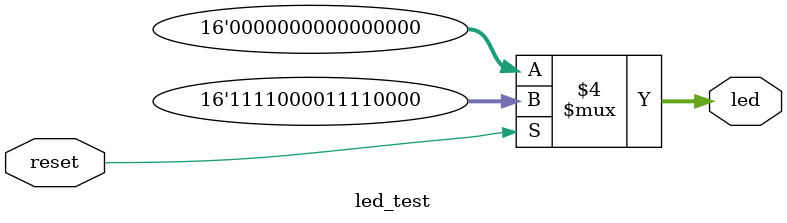
<source format=v>
`timescale 1ns / 1ps


module led_test(
    reset,
    led
    );

input reset;
output reg [15:0] led;
        
always @(*)
begin
if(!reset)
    begin
        led <= 16'b0;
    end
else
    begin
        led <= 16'b1111_0000_1111_0000;
    end
end
    
endmodule

</source>
